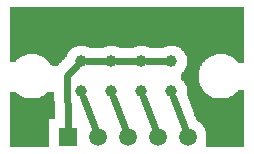
<source format=gtl>
G04 MADE WITH FRITZING*
G04 WWW.FRITZING.ORG*
G04 DOUBLE SIDED*
G04 HOLES PLATED*
G04 CONTOUR ON CENTER OF CONTOUR VECTOR*
%ASAXBY*%
%FSLAX23Y23*%
%MOIN*%
%OFA0B0*%
%SFA1.0B1.0*%
%ADD10C,0.075000*%
%ADD11C,0.039370*%
%ADD12C,0.059000*%
%ADD13R,0.059000X0.059000*%
%ADD14C,0.024000*%
%LNCOPPER1*%
G90*
G70*
G54D10*
X124Y442D03*
X105Y137D03*
G54D11*
X583Y326D03*
X483Y326D03*
X383Y326D03*
X283Y326D03*
X583Y226D03*
X483Y226D03*
X383Y226D03*
X283Y226D03*
G54D12*
X238Y74D03*
X338Y74D03*
X438Y74D03*
X538Y74D03*
X638Y74D03*
G54D13*
X238Y74D03*
G54D14*
X502Y326D02*
X564Y326D01*
D02*
X402Y326D02*
X464Y326D01*
D02*
X302Y326D02*
X364Y326D01*
D02*
X236Y278D02*
X270Y312D01*
D02*
X238Y104D02*
X236Y278D01*
D02*
X328Y102D02*
X290Y208D01*
D02*
X428Y102D02*
X390Y208D01*
D02*
X528Y102D02*
X490Y208D01*
D02*
X628Y102D02*
X590Y208D01*
G36*
X44Y507D02*
X44Y377D01*
X598Y377D01*
X598Y375D01*
X604Y375D01*
X604Y373D01*
X608Y373D01*
X608Y371D01*
X610Y371D01*
X610Y369D01*
X614Y369D01*
X614Y367D01*
X616Y367D01*
X616Y365D01*
X618Y365D01*
X618Y363D01*
X620Y363D01*
X620Y361D01*
X622Y361D01*
X622Y359D01*
X624Y359D01*
X624Y357D01*
X626Y357D01*
X626Y355D01*
X628Y355D01*
X628Y351D01*
X630Y351D01*
X630Y349D01*
X764Y349D01*
X764Y347D01*
X772Y347D01*
X772Y345D01*
X778Y345D01*
X778Y343D01*
X782Y343D01*
X782Y341D01*
X786Y341D01*
X786Y339D01*
X788Y339D01*
X788Y337D01*
X792Y337D01*
X792Y335D01*
X794Y335D01*
X794Y333D01*
X796Y333D01*
X796Y331D01*
X798Y331D01*
X798Y329D01*
X800Y329D01*
X800Y327D01*
X802Y327D01*
X802Y325D01*
X804Y325D01*
X804Y323D01*
X806Y323D01*
X806Y321D01*
X826Y321D01*
X826Y507D01*
X44Y507D01*
G37*
D02*
G36*
X44Y377D02*
X44Y349D01*
X134Y349D01*
X134Y347D01*
X142Y347D01*
X142Y345D01*
X148Y345D01*
X148Y343D01*
X152Y343D01*
X152Y341D01*
X156Y341D01*
X156Y339D01*
X158Y339D01*
X158Y337D01*
X162Y337D01*
X162Y335D01*
X164Y335D01*
X164Y333D01*
X166Y333D01*
X166Y331D01*
X168Y331D01*
X168Y329D01*
X170Y329D01*
X170Y327D01*
X172Y327D01*
X172Y325D01*
X174Y325D01*
X174Y323D01*
X176Y323D01*
X176Y321D01*
X178Y321D01*
X178Y319D01*
X180Y319D01*
X180Y315D01*
X182Y315D01*
X182Y313D01*
X184Y313D01*
X184Y311D01*
X204Y311D01*
X204Y313D01*
X206Y313D01*
X206Y315D01*
X208Y315D01*
X208Y317D01*
X210Y317D01*
X210Y319D01*
X212Y319D01*
X212Y321D01*
X214Y321D01*
X214Y323D01*
X216Y323D01*
X216Y325D01*
X218Y325D01*
X218Y327D01*
X220Y327D01*
X220Y329D01*
X222Y329D01*
X222Y331D01*
X224Y331D01*
X224Y333D01*
X226Y333D01*
X226Y335D01*
X228Y335D01*
X228Y337D01*
X230Y337D01*
X230Y339D01*
X232Y339D01*
X232Y341D01*
X234Y341D01*
X234Y347D01*
X236Y347D01*
X236Y351D01*
X238Y351D01*
X238Y353D01*
X240Y353D01*
X240Y357D01*
X242Y357D01*
X242Y359D01*
X244Y359D01*
X244Y361D01*
X246Y361D01*
X246Y363D01*
X248Y363D01*
X248Y365D01*
X250Y365D01*
X250Y367D01*
X252Y367D01*
X252Y369D01*
X256Y369D01*
X256Y371D01*
X258Y371D01*
X258Y373D01*
X262Y373D01*
X262Y375D01*
X268Y375D01*
X268Y377D01*
X44Y377D01*
G37*
D02*
G36*
X298Y377D02*
X298Y375D01*
X304Y375D01*
X304Y373D01*
X308Y373D01*
X308Y371D01*
X310Y371D01*
X310Y369D01*
X356Y369D01*
X356Y371D01*
X358Y371D01*
X358Y373D01*
X362Y373D01*
X362Y375D01*
X368Y375D01*
X368Y377D01*
X298Y377D01*
G37*
D02*
G36*
X398Y377D02*
X398Y375D01*
X404Y375D01*
X404Y373D01*
X408Y373D01*
X408Y371D01*
X410Y371D01*
X410Y369D01*
X456Y369D01*
X456Y371D01*
X458Y371D01*
X458Y373D01*
X462Y373D01*
X462Y375D01*
X468Y375D01*
X468Y377D01*
X398Y377D01*
G37*
D02*
G36*
X498Y377D02*
X498Y375D01*
X504Y375D01*
X504Y373D01*
X508Y373D01*
X508Y371D01*
X510Y371D01*
X510Y369D01*
X556Y369D01*
X556Y371D01*
X558Y371D01*
X558Y373D01*
X562Y373D01*
X562Y375D01*
X568Y375D01*
X568Y377D01*
X498Y377D01*
G37*
D02*
G36*
X44Y349D02*
X44Y325D01*
X64Y325D01*
X64Y327D01*
X66Y327D01*
X66Y329D01*
X68Y329D01*
X68Y331D01*
X70Y331D01*
X70Y333D01*
X72Y333D01*
X72Y335D01*
X74Y335D01*
X74Y337D01*
X78Y337D01*
X78Y339D01*
X80Y339D01*
X80Y341D01*
X84Y341D01*
X84Y343D01*
X88Y343D01*
X88Y345D01*
X94Y345D01*
X94Y347D01*
X102Y347D01*
X102Y349D01*
X44Y349D01*
G37*
D02*
G36*
X630Y349D02*
X630Y347D01*
X632Y347D01*
X632Y343D01*
X634Y343D01*
X634Y309D01*
X632Y309D01*
X632Y303D01*
X630Y303D01*
X630Y299D01*
X628Y299D01*
X628Y297D01*
X626Y297D01*
X626Y295D01*
X624Y295D01*
X624Y291D01*
X622Y291D01*
X622Y289D01*
X620Y289D01*
X620Y287D01*
X618Y287D01*
X618Y285D01*
X616Y285D01*
X616Y265D01*
X618Y265D01*
X618Y263D01*
X620Y263D01*
X620Y261D01*
X622Y261D01*
X622Y259D01*
X624Y259D01*
X624Y257D01*
X626Y257D01*
X626Y255D01*
X628Y255D01*
X628Y251D01*
X630Y251D01*
X630Y247D01*
X632Y247D01*
X632Y243D01*
X634Y243D01*
X634Y217D01*
X636Y217D01*
X636Y211D01*
X638Y211D01*
X638Y207D01*
X640Y207D01*
X640Y203D01*
X728Y203D01*
X728Y205D01*
X720Y205D01*
X720Y207D01*
X716Y207D01*
X716Y209D01*
X712Y209D01*
X712Y211D01*
X708Y211D01*
X708Y213D01*
X706Y213D01*
X706Y215D01*
X704Y215D01*
X704Y217D01*
X700Y217D01*
X700Y219D01*
X698Y219D01*
X698Y221D01*
X696Y221D01*
X696Y223D01*
X694Y223D01*
X694Y225D01*
X692Y225D01*
X692Y227D01*
X690Y227D01*
X690Y231D01*
X688Y231D01*
X688Y233D01*
X686Y233D01*
X686Y235D01*
X684Y235D01*
X684Y239D01*
X682Y239D01*
X682Y243D01*
X680Y243D01*
X680Y247D01*
X678Y247D01*
X678Y253D01*
X676Y253D01*
X676Y263D01*
X674Y263D01*
X674Y289D01*
X676Y289D01*
X676Y297D01*
X678Y297D01*
X678Y303D01*
X680Y303D01*
X680Y309D01*
X682Y309D01*
X682Y311D01*
X684Y311D01*
X684Y315D01*
X686Y315D01*
X686Y319D01*
X688Y319D01*
X688Y321D01*
X690Y321D01*
X690Y323D01*
X692Y323D01*
X692Y325D01*
X694Y325D01*
X694Y327D01*
X696Y327D01*
X696Y329D01*
X698Y329D01*
X698Y331D01*
X700Y331D01*
X700Y333D01*
X702Y333D01*
X702Y335D01*
X704Y335D01*
X704Y337D01*
X708Y337D01*
X708Y339D01*
X710Y339D01*
X710Y341D01*
X714Y341D01*
X714Y343D01*
X718Y343D01*
X718Y345D01*
X724Y345D01*
X724Y347D01*
X732Y347D01*
X732Y349D01*
X630Y349D01*
G37*
D02*
G36*
X806Y231D02*
X806Y227D01*
X804Y227D01*
X804Y225D01*
X802Y225D01*
X802Y223D01*
X800Y223D01*
X800Y221D01*
X798Y221D01*
X798Y219D01*
X796Y219D01*
X796Y217D01*
X792Y217D01*
X792Y215D01*
X790Y215D01*
X790Y213D01*
X788Y213D01*
X788Y211D01*
X784Y211D01*
X784Y209D01*
X780Y209D01*
X780Y207D01*
X776Y207D01*
X776Y205D01*
X768Y205D01*
X768Y203D01*
X826Y203D01*
X826Y231D01*
X806Y231D01*
G37*
D02*
G36*
X640Y203D02*
X640Y201D01*
X826Y201D01*
X826Y203D01*
X640Y203D01*
G37*
D02*
G36*
X640Y203D02*
X640Y201D01*
X826Y201D01*
X826Y203D01*
X640Y203D01*
G37*
D02*
G36*
X642Y201D02*
X642Y195D01*
X644Y195D01*
X644Y189D01*
X646Y189D01*
X646Y185D01*
X648Y185D01*
X648Y179D01*
X650Y179D01*
X650Y173D01*
X652Y173D01*
X652Y167D01*
X654Y167D01*
X654Y163D01*
X656Y163D01*
X656Y157D01*
X658Y157D01*
X658Y151D01*
X660Y151D01*
X660Y145D01*
X662Y145D01*
X662Y141D01*
X664Y141D01*
X664Y135D01*
X666Y135D01*
X666Y129D01*
X670Y129D01*
X670Y127D01*
X672Y127D01*
X672Y125D01*
X676Y125D01*
X676Y123D01*
X678Y123D01*
X678Y121D01*
X680Y121D01*
X680Y119D01*
X682Y119D01*
X682Y117D01*
X684Y117D01*
X684Y115D01*
X686Y115D01*
X686Y113D01*
X688Y113D01*
X688Y111D01*
X690Y111D01*
X690Y107D01*
X692Y107D01*
X692Y105D01*
X694Y105D01*
X694Y101D01*
X696Y101D01*
X696Y95D01*
X698Y95D01*
X698Y89D01*
X700Y89D01*
X700Y61D01*
X698Y61D01*
X698Y41D01*
X826Y41D01*
X826Y201D01*
X642Y201D01*
G37*
D02*
G36*
X44Y225D02*
X44Y203D01*
X98Y203D01*
X98Y205D01*
X92Y205D01*
X92Y207D01*
X86Y207D01*
X86Y209D01*
X82Y209D01*
X82Y211D01*
X80Y211D01*
X80Y213D01*
X76Y213D01*
X76Y215D01*
X74Y215D01*
X74Y217D01*
X70Y217D01*
X70Y219D01*
X68Y219D01*
X68Y221D01*
X66Y221D01*
X66Y223D01*
X64Y223D01*
X64Y225D01*
X44Y225D01*
G37*
D02*
G36*
X172Y225D02*
X172Y223D01*
X170Y223D01*
X170Y221D01*
X168Y221D01*
X168Y219D01*
X166Y219D01*
X166Y217D01*
X162Y217D01*
X162Y215D01*
X160Y215D01*
X160Y213D01*
X158Y213D01*
X158Y211D01*
X154Y211D01*
X154Y209D01*
X150Y209D01*
X150Y207D01*
X146Y207D01*
X146Y205D01*
X138Y205D01*
X138Y203D01*
X192Y203D01*
X192Y225D01*
X172Y225D01*
G37*
D02*
G36*
X44Y203D02*
X44Y201D01*
X192Y201D01*
X192Y203D01*
X44Y203D01*
G37*
D02*
G36*
X44Y203D02*
X44Y201D01*
X192Y201D01*
X192Y203D01*
X44Y203D01*
G37*
D02*
G36*
X44Y201D02*
X44Y41D01*
X176Y41D01*
X176Y135D01*
X194Y135D01*
X194Y195D01*
X192Y195D01*
X192Y201D01*
X44Y201D01*
G37*
D02*
G04 End of Copper1*
M02*
</source>
